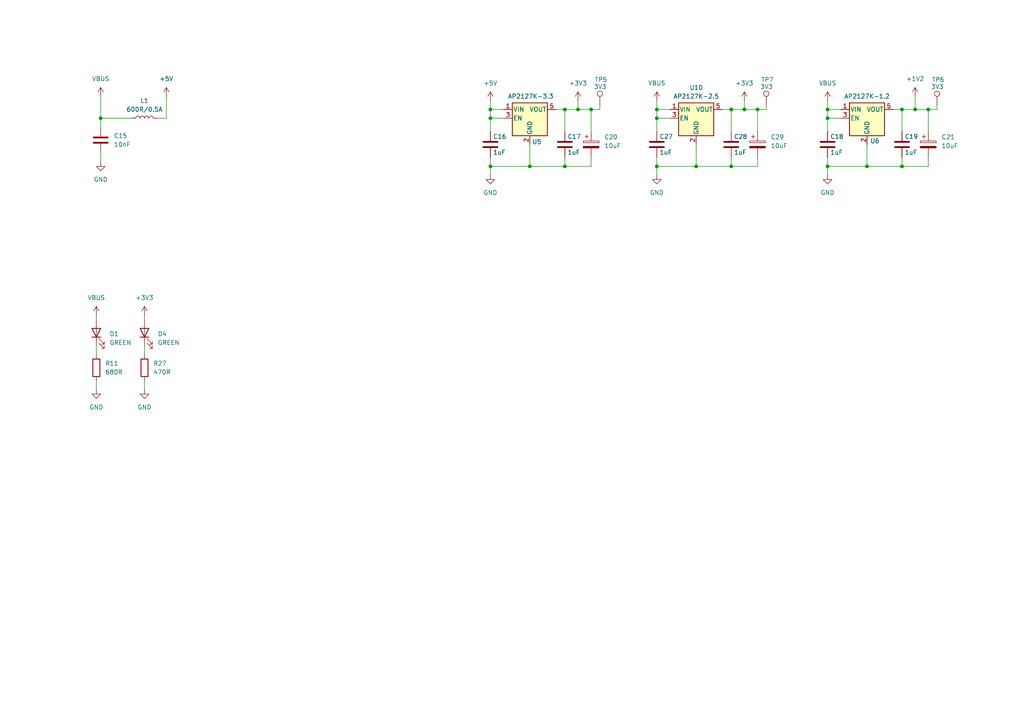
<source format=kicad_sch>
(kicad_sch (version 20250114) (generator "eeschema") (generator_version "9.0")
  (paper "A4")
  (lib_symbols
    (symbol "Connector:TestPoint" (pin_numbers (hide yes)) (pin_names (offset 0.762) (hide yes))
      (property "Reference" "TP" (at 0 6.858 0))
      (property "Value" "TestPoint" (at 0 5.08 0))
      (symbol "TestPoint_0_1"
        (circle (center 0 3.302) (radius 0.762))
      )
      (symbol "TestPoint_1_1"
        (pin passive line (at 0 0 90) (length 2.54) (name "1") (number "1"))
      )
    )
    (symbol "Device:C" (pin_numbers (hide yes)) (pin_names (offset 0.254))
      (property "Reference" "C" (at 0.635 2.54 0))
      (property "Value" "C" (at 0.635 -2.54 0))
      (symbol "C_0_1"
        (polyline (pts (xy -2.032 0.762) (xy 2.032 0.762)) (stroke (width 0.508)))
        (polyline (pts (xy -2.032 -0.762) (xy 2.032 -0.762)) (stroke (width 0.508)))
      )
      (symbol "C_1_1"
        (pin passive line (at 0 3.81 270) (length 2.794) (name "~") (number "1"))
        (pin passive line (at 0 -3.81 90) (length 2.794) (name "~") (number "2"))
      )
    )
    (symbol "Device:C_Polarized" (pin_numbers (hide yes)) (pin_names (offset 0.254))
      (property "Reference" "C" (at 0.635 2.54 0))
      (property "Value" "C_Polarized" (at 0.635 -2.54 0))
      (symbol "C_Polarized_0_1"
        (rectangle (start -2.286 0.508) (end 2.286 1.016))
        (polyline (pts (xy -1.778 2.286) (xy -0.762 2.286)))
        (polyline (pts (xy -1.27 2.794) (xy -1.27 1.778)))
        (rectangle (start 2.286 -0.508) (end -2.286 -1.016) (fill (type outline)))
      )
      (symbol "C_Polarized_1_1"
        (pin passive line (at 0 3.81 270) (length 2.794) (name "~") (number "1"))
        (pin passive line (at 0 -3.81 90) (length 2.794) (name "~") (number "2"))
      )
    )
    (symbol "Device:L" (pin_numbers (hide yes)) (pin_names (offset 1.016) (hide yes))
      (property "Reference" "L" (at -1.27 0 90))
      (property "Value" "L" (at 1.905 0 90))
      (symbol "L_0_1"
        (arc (start 0 2.54) (mid 0.6323 1.905) (end 0 1.27))
        (arc (start 0 1.27) (mid 0.6323 0.635) (end 0 0))
        (arc (start 0 0) (mid 0.6323 -0.635) (end 0 -1.27))
        (arc (start 0 -1.27) (mid 0.6323 -1.905) (end 0 -2.54))
      )
      (symbol "L_1_1"
        (pin passive line (at 0 3.81 270) (length 1.27) (name "1") (number "1"))
        (pin passive line (at 0 -3.81 90) (length 1.27) (name "2") (number "2"))
      )
    )
    (symbol "Device:LED" (pin_numbers (hide yes)) (pin_names (offset 1.016) (hide yes))
      (property "Reference" "D" (at 0 2.54 0))
      (property "Value" "LED" (at 0 -2.54 0))
      (symbol "LED_0_1"
        (polyline (pts (xy -3.048 -0.762) (xy -4.572 -2.286) (xy -3.81 -2.286) (xy -4.572 -2.286) (xy -4.572 -1.524)))
        (polyline (pts (xy -1.778 -0.762) (xy -3.302 -2.286) (xy -2.54 -2.286) (xy -3.302 -2.286) (xy -3.302 -1.524)))
        (polyline (pts (xy -1.27 0) (xy 1.27 0)))
        (polyline (pts (xy -1.27 -1.27) (xy -1.27 1.27)) (stroke (width 0.254)))
        (polyline (pts (xy 1.27 -1.27) (xy 1.27 1.27) (xy -1.27 0) (xy 1.27 -1.27)) (stroke (width 0.254)))
      )
      (symbol "LED_1_1"
        (pin passive line (at -3.81 0 0) (length 2.54) (name "K") (number "1"))
        (pin passive line (at 3.81 0 180) (length 2.54) (name "A") (number "2"))
      )
    )
    (symbol "Device:R" (pin_numbers (hide yes)) (pin_names (offset 0))
      (property "Reference" "R" (at 2.032 0 90))
      (property "Value" "R" (at 0 0 90))
      (symbol "R_0_1"
        (rectangle (start -1.016 -2.54) (end 1.016 2.54) (stroke (width 0.254)))
      )
      (symbol "R_1_1"
        (pin passive line (at 0 3.81 270) (length 1.27) (name "~") (number "1"))
        (pin passive line (at 0 -3.81 90) (length 1.27) (name "~") (number "2"))
      )
    )
    (symbol "Regulator_Linear:AP2127K-1.2" (pin_names (offset 0.254))
      (property "Reference" "U" (at -5.08 5.715 0))
      (property "Value" "AP2127K-1.2" (at 0 5.715 0))
      (symbol "AP2127K-1.2_0_1"
        (rectangle (start -5.08 4.445) (end 5.08 -5.08) (stroke (width 0.254)) (fill (type background)))
      )
      (symbol "AP2127K-1.2_1_1"
        (pin power_in line (at -7.62 2.54 0) (length 2.54) (name "VIN") (number "1"))
        (pin input line (at -7.62 0 0) (length 2.54) (name "EN") (number "3"))
        (pin power_in line (at 0 -7.62 90) (length 2.54) (name "GND") (number "2"))
        (pin no_connect line (at 5.08 0 180) (length 2.54) (hide yes) (name "NC") (number "4"))
        (pin power_out line (at 7.62 2.54 180) (length 2.54) (name "VOUT") (number "5"))
      )
    )
    (symbol "Regulator_Linear:AP2127K-2.5" (pin_names (offset 0.254))
      (property "Reference" "U" (at -5.08 5.715 0))
      (property "Value" "AP2127K-2.5" (at 0 5.715 0))
      (symbol "AP2127K-2.5_0_1"
        (rectangle (start -5.08 4.445) (end 5.08 -5.08) (stroke (width 0.254)) (fill (type background)))
      )
      (symbol "AP2127K-2.5_1_1"
        (pin power_in line (at -7.62 2.54 0) (length 2.54) (name "VIN") (number "1"))
        (pin input line (at -7.62 0 0) (length 2.54) (name "EN") (number "3"))
        (pin power_in line (at 0 -7.62 90) (length 2.54) (name "GND") (number "2"))
        (pin no_connect line (at 5.08 0 180) (length 2.54) (hide yes) (name "NC") (number "4"))
        (pin power_out line (at 7.62 2.54 180) (length 2.54) (name "VOUT") (number "5"))
      )
    )
    (symbol "Regulator_Linear:AP2127K-3.3" (pin_names (offset 0.254))
      (property "Reference" "U" (at -5.08 5.715 0))
      (property "Value" "AP2127K-3.3" (at 0 5.715 0))
      (symbol "AP2127K-3.3_0_1"
        (rectangle (start -5.08 4.445) (end 5.08 -5.08) (stroke (width 0.254)) (fill (type background)))
      )
      (symbol "AP2127K-3.3_1_1"
        (pin power_in line (at -7.62 2.54 0) (length 2.54) (name "VIN") (number "1"))
        (pin input line (at -7.62 0 0) (length 2.54) (name "EN") (number "3"))
        (pin power_in line (at 0 -7.62 90) (length 2.54) (name "GND") (number "2"))
        (pin no_connect line (at 5.08 0 180) (length 2.54) (hide yes) (name "NC") (number "4"))
        (pin power_out line (at 7.62 2.54 180) (length 2.54) (name "VOUT") (number "5"))
      )
    )
    (symbol "power:+1V2" (power) (pin_numbers (hide yes)) (pin_names (offset 0) (hide yes))
      (property "Value" "+1V2" (at 0 3.556 0))
      (symbol "+1V2_0_1"
        (polyline (pts (xy -0.762 1.27) (xy 0 2.54)))
        (polyline (pts (xy 0 2.54) (xy 0.762 1.27)))
        (polyline (pts (xy 0 0) (xy 0 2.54)))
      )
      (symbol "+1V2_1_1"
        (pin power_in line (at 0 0 90) (length 0) (name "~") (number "1"))
      )
    )
    (symbol "power:+3V3" (power) (pin_numbers (hide yes)) (pin_names (offset 0) (hide yes))
      (property "Value" "+3V3" (at 0 3.556 0))
      (symbol "+3V3_0_1"
        (polyline (pts (xy -0.762 1.27) (xy 0 2.54)))
        (polyline (pts (xy 0 2.54) (xy 0.762 1.27)))
        (polyline (pts (xy 0 0) (xy 0 2.54)))
      )
      (symbol "+3V3_1_1"
        (pin power_in line (at 0 0 90) (length 0) (name "~") (number "1"))
      )
    )
    (symbol "power:+5V" (power) (pin_numbers (hide yes)) (pin_names (offset 0) (hide yes))
      (property "Value" "+5V" (at 0 3.556 0))
      (symbol "+5V_0_1"
        (polyline (pts (xy -0.762 1.27) (xy 0 2.54)))
        (polyline (pts (xy 0 2.54) (xy 0.762 1.27)))
        (polyline (pts (xy 0 0) (xy 0 2.54)))
      )
      (symbol "+5V_1_1"
        (pin power_in line (at 0 0 90) (length 0) (name "~") (number "1"))
      )
    )
    (symbol "power:GND" (power) (pin_numbers (hide yes)) (pin_names (offset 0) (hide yes))
      (property "Value" "GND" (at 0 -3.81 0))
      (symbol "GND_0_1"
        (polyline (pts (xy 0 0) (xy 0 -1.27) (xy 1.27 -1.27) (xy 0 -2.54) (xy -1.27 -1.27) (xy 0 -1.27)))
      )
      (symbol "GND_1_1"
        (pin power_in line (at 0 0 270) (length 0) (name "~") (number "1"))
      )
    )
    (symbol "power:VBUS" (power) (pin_numbers (hide yes)) (pin_names (offset 0) (hide yes))
      (property "Value" "VBUS" (at 0 3.556 0))
      (symbol "VBUS_0_1"
        (polyline (pts (xy -0.762 1.27) (xy 0 2.54)))
        (polyline (pts (xy 0 2.54) (xy 0.762 1.27)))
        (polyline (pts (xy 0 0) (xy 0 2.54)))
      )
      (symbol "VBUS_1_1"
        (pin power_in line (at 0 0 90) (length 0) (name "~") (number "1"))
      )
    )
  )
  (junction (at 261.62 48.26))
  (junction (at 212.09 48.26))
  (junction (at 163.83 48.26))
  (junction (at 240.03 34.29))
  (junction (at 240.03 48.26))
  (junction (at 153.67 48.26))
  (junction (at 261.62 31.75))
  (junction (at 142.24 34.29))
  (junction (at 163.83 31.75))
  (junction (at 190.5 34.29))
  (junction (at 167.64 31.75))
  (junction (at 29.21 34.29))
  (junction (at 212.09 31.75))
  (junction (at 251.46 48.26))
  (junction (at 265.43 31.75))
  (junction (at 171.45 31.75))
  (junction (at 240.03 31.75))
  (junction (at 142.24 31.75))
  (junction (at 219.71 31.75))
  (junction (at 142.24 48.26))
  (junction (at 190.5 48.26))
  (junction (at 215.9 31.75))
  (junction (at 190.5 31.75))
  (junction (at 269.24 31.75))
  (junction (at 201.93 48.26))
  (wire (pts (xy 190.5 48.26) (xy 190.5 50.8)))
  (wire (pts (xy 240.03 31.75) (xy 240.03 34.29)))
  (wire (pts (xy 29.21 34.29) (xy 29.21 36.83)))
  (wire (pts (xy 215.9 29.21) (xy 215.9 31.75)))
  (wire (pts (xy 240.03 45.72) (xy 240.03 48.26)))
  (wire (pts (xy 240.03 34.29) (xy 243.84 34.29)))
  (wire (pts (xy 163.83 38.1) (xy 163.83 31.75)))
  (wire (pts (xy 190.5 34.29) (xy 194.31 34.29)))
  (wire (pts (xy 41.91 91.44) (xy 41.91 92.71)))
  (wire (pts (xy 219.71 38.1) (xy 219.71 31.75)))
  (wire (pts (xy 222.25 31.75) (xy 222.25 30.48)))
  (wire (pts (xy 219.71 31.75) (xy 222.25 31.75)))
  (wire (pts (xy 201.93 41.91) (xy 201.93 48.26)))
  (wire (pts (xy 27.94 91.44) (xy 27.94 92.71)))
  (wire (pts (xy 251.46 41.91) (xy 251.46 48.26)))
  (wire (pts (xy 261.62 38.1) (xy 261.62 31.75)))
  (wire (pts (xy 190.5 34.29) (xy 190.5 38.1)))
  (wire (pts (xy 167.64 31.75) (xy 163.83 31.75)))
  (wire (pts (xy 190.5 48.26) (xy 201.93 48.26)))
  (wire (pts (xy 142.24 45.72) (xy 142.24 48.26)))
  (wire (pts (xy 265.43 31.75) (xy 261.62 31.75)))
  (wire (pts (xy 190.5 31.75) (xy 194.31 31.75)))
  (wire (pts (xy 163.83 48.26) (xy 163.83 45.72)))
  (wire (pts (xy 41.91 110.49) (xy 41.91 113.03)))
  (wire (pts (xy 269.24 38.1) (xy 269.24 31.75)))
  (wire (pts (xy 240.03 48.26) (xy 251.46 48.26)))
  (wire (pts (xy 27.94 110.49) (xy 27.94 113.03)))
  (wire (pts (xy 269.24 48.26) (xy 269.24 45.72)))
  (wire (pts (xy 29.21 34.29) (xy 29.21 27.94)))
  (wire (pts (xy 240.03 29.21) (xy 240.03 31.75)))
  (wire (pts (xy 142.24 31.75) (xy 146.05 31.75)))
  (wire (pts (xy 173.99 31.75) (xy 173.99 30.48)))
  (wire (pts (xy 171.45 31.75) (xy 173.99 31.75)))
  (wire (pts (xy 29.21 34.29) (xy 38.1 34.29)))
  (wire (pts (xy 27.94 100.33) (xy 27.94 102.87)))
  (wire (pts (xy 271.78 31.75) (xy 271.78 30.48)))
  (wire (pts (xy 240.03 38.1) (xy 240.03 34.29)))
  (wire (pts (xy 41.91 100.33) (xy 41.91 102.87)))
  (wire (pts (xy 142.24 48.26) (xy 142.24 50.8)))
  (wire (pts (xy 171.45 31.75) (xy 167.64 31.75)))
  (wire (pts (xy 201.93 48.26) (xy 212.09 48.26)))
  (wire (pts (xy 215.9 31.75) (xy 212.09 31.75)))
  (wire (pts (xy 212.09 48.26) (xy 212.09 45.72)))
  (wire (pts (xy 212.09 38.1) (xy 212.09 31.75)))
  (wire (pts (xy 171.45 48.26) (xy 171.45 45.72)))
  (wire (pts (xy 190.5 29.21) (xy 190.5 31.75)))
  (wire (pts (xy 142.24 34.29) (xy 146.05 34.29)))
  (wire (pts (xy 219.71 48.26) (xy 219.71 45.72)))
  (wire (pts (xy 167.64 29.21) (xy 167.64 31.75)))
  (wire (pts (xy 142.24 34.29) (xy 142.24 38.1)))
  (wire (pts (xy 45.72 34.29) (xy 48.26 34.29)))
  (wire (pts (xy 251.46 48.26) (xy 261.62 48.26)))
  (wire (pts (xy 142.24 29.21) (xy 142.24 31.75)))
  (wire (pts (xy 240.03 48.26) (xy 240.03 50.8)))
  (wire (pts (xy 142.24 48.26) (xy 153.67 48.26)))
  (wire (pts (xy 269.24 31.75) (xy 265.43 31.75)))
  (wire (pts (xy 190.5 31.75) (xy 190.5 34.29)))
  (wire (pts (xy 153.67 41.91) (xy 153.67 48.26)))
  (wire (pts (xy 29.21 44.45) (xy 29.21 46.99)))
  (wire (pts (xy 212.09 31.75) (xy 209.55 31.75)))
  (wire (pts (xy 240.03 31.75) (xy 243.84 31.75)))
  (wire (pts (xy 190.5 45.72) (xy 190.5 48.26)))
  (wire (pts (xy 153.67 48.26) (xy 163.83 48.26)))
  (wire (pts (xy 142.24 31.75) (xy 142.24 34.29)))
  (wire (pts (xy 171.45 38.1) (xy 171.45 31.75)))
  (wire (pts (xy 163.83 48.26) (xy 171.45 48.26)))
  (wire (pts (xy 212.09 48.26) (xy 219.71 48.26)))
  (wire (pts (xy 219.71 31.75) (xy 215.9 31.75)))
  (wire (pts (xy 261.62 48.26) (xy 269.24 48.26)))
  (wire (pts (xy 163.83 31.75) (xy 161.29 31.75)))
  (wire (pts (xy 265.43 27.94) (xy 265.43 31.75)))
  (wire (pts (xy 261.62 48.26) (xy 261.62 45.72)))
  (wire (pts (xy 269.24 31.75) (xy 271.78 31.75)))
  (wire (pts (xy 48.26 34.29) (xy 48.26 27.94)))
  (wire (pts (xy 261.62 31.75) (xy 259.08 31.75)))
  (symbol (lib_id "power:+3V3") (at 167.64 29.21 0) (unit 1)
    (property "Reference" "#PWR041" (effects (hide yes)))
    (property "Value" "+3V3" (at 167.64 24.13 0))
    (property "Description" "Power symbol creates a global label with name \"+3V3\"" (effects (hide yes)))
  )
  (symbol (lib_id "power:VBUS") (at 29.21 27.94 0) (unit 1)
    (property "Reference" "#PWR017" (effects (hide yes)))
    (property "Value" "VBUS" (at 29.21 22.86 0))
    (property "Description" "Power symbol creates a global label with name \"VBUS\"" (effects (hide yes)))
  )
  (symbol (lib_id "Device:C_Polarized") (at 219.71 41.91 0) (unit 1)
    (property "Reference" "C29" (at 223.52 39.7509 0) (effects (justify left)))
    (property "Value" "10uF" (at 223.52 42.2909 0) (effects (justify left)))
    (property "Description" "Polarized capacitor" (effects (hide yes)))
  )
  (symbol (lib_id "Device:C") (at 212.09 41.91 0) (unit 1)
    (property "Reference" "C28" (at 212.852 39.624 0) (effects (justify left)))
    (property "Value" "1uF" (at 212.852 44.196 0) (effects (justify left)))
    (property "Description" "Unpolarized capacitor" (effects (hide yes)))
  )
  (symbol (lib_id "power:GND") (at 27.94 113.03 0) (unit 1)
    (property "Reference" "#PWR033" (effects (hide yes)))
    (property "Value" "GND" (at 27.94 118.11 0))
    (property "Description" "Power symbol creates a global label with name \"GND\" , ground" (effects (hide yes)))
  )
  (symbol (lib_id "power:+1V2") (at 265.43 27.94 0) (unit 1)
    (property "Reference" "#PWR042" (effects (hide yes)))
    (property "Value" "+1V2" (at 265.43 22.86 0))
    (property "Description" "Power symbol creates a global label with name \"+1V2\"" (effects (hide yes)))
  )
  (symbol (lib_id "Device:C_Polarized") (at 269.24 41.91 0) (unit 1)
    (property "Reference" "C21" (at 273.05 39.7509 0) (effects (justify left)))
    (property "Value" "10uF" (at 273.05 42.2909 0) (effects (justify left)))
    (property "Description" "Polarized capacitor" (effects (hide yes)))
  )
  (symbol (lib_id "Device:L") (at 41.91 34.29 90) (unit 1)
    (property "Reference" "L1" (at 41.91 29.21 90))
    (property "Value" "600R/0.5A" (at 41.91 31.75 90))
    (property "Description" "Inductor" (effects (hide yes)))
  )
  (symbol (lib_id "Device:C") (at 142.24 41.91 0) (unit 1)
    (property "Reference" "C16" (at 143.002 39.624 0) (effects (justify left)))
    (property "Value" "1uF" (at 143.002 44.196 0) (effects (justify left)))
    (property "Description" "Unpolarized capacitor" (effects (hide yes)))
  )
  (symbol (lib_id "power:GND") (at 41.91 113.03 0) (unit 1)
    (property "Reference" "#PWR044" (effects (hide yes)))
    (property "Value" "GND" (at 41.91 118.11 0))
    (property "Description" "Power symbol creates a global label with name \"GND\" , ground" (effects (hide yes)))
  )
  (symbol (lib_id "Connector:TestPoint") (at 271.78 30.48 0) (unit 1)
    (property "Reference" "TP6" (at 270.256 23.114 0) (effects (justify left)))
    (property "Value" "3V3" (at 270.002 25.146 0) (effects (justify left)))
    (property "Description" "test point" (effects (hide yes)))
  )
  (symbol (lib_id "power:+3V3") (at 215.9 29.21 0) (unit 1)
    (property "Reference" "#PWR050" (effects (hide yes)))
    (property "Value" "+3V3" (at 215.9 24.13 0))
    (property "Description" "Power symbol creates a global label with name \"+3V3\"" (effects (hide yes)))
  )
  (symbol (lib_id "power:VBUS") (at 240.03 29.21 0) (unit 1)
    (property "Reference" "#PWR032" (effects (hide yes)))
    (property "Value" "VBUS" (at 240.03 24.13 0))
    (property "Description" "Power symbol creates a global label with name \"VBUS\"" (effects (hide yes)))
  )
  (symbol (lib_id "power:+3V3") (at 41.91 91.44 0) (unit 1)
    (property "Reference" "#PWR043" (effects (hide yes)))
    (property "Value" "+3V3" (at 41.91 86.36 0))
    (property "Description" "Power symbol creates a global label with name \"+3V3\"" (effects (hide yes)))
  )
  (symbol (lib_id "Device:LED") (at 27.94 96.52 90) (unit 1)
    (property "Reference" "D1" (at 31.75 96.8374 90) (effects (justify right)))
    (property "Value" "GREEN" (at 31.75 99.3774 90) (effects (justify right)))
    (property "Description" "Light emitting diode" (effects (hide yes)))
    (property "Sim.Pins" "1=K 2=A" (effects (hide yes)))
  )
  (symbol (lib_id "power:GND") (at 190.5 50.8 0) (unit 1)
    (property "Reference" "#PWR049" (effects (hide yes)))
    (property "Value" "GND" (at 190.5 55.88 0))
    (property "Description" "Power symbol creates a global label with name \"GND\" , ground" (effects (hide yes)))
  )
  (symbol (lib_id "Device:C_Polarized") (at 171.45 41.91 0) (unit 1)
    (property "Reference" "C20" (at 175.26 39.7509 0) (effects (justify left)))
    (property "Value" "10uF" (at 175.26 42.2909 0) (effects (justify left)))
    (property "Description" "Polarized capacitor" (effects (hide yes)))
  )
  (symbol (lib_id "power:VBUS") (at 190.5 29.21 0) (unit 1)
    (property "Reference" "#PWR048" (effects (hide yes)))
    (property "Value" "VBUS" (at 190.5 24.13 0))
    (property "Description" "Power symbol creates a global label with name \"VBUS\"" (effects (hide yes)))
  )
  (symbol (lib_id "Device:LED") (at 41.91 96.52 90) (unit 1)
    (property "Reference" "D4" (at 45.72 96.8374 90) (effects (justify right)))
    (property "Value" "GREEN" (at 45.72 99.3774 90) (effects (justify right)))
    (property "Description" "Light emitting diode" (effects (hide yes)))
    (property "Sim.Pins" "1=K 2=A" (effects (hide yes)))
  )
  (symbol (lib_id "Connector:TestPoint") (at 222.25 30.48 0) (unit 1)
    (property "Reference" "TP7" (at 220.726 23.114 0) (effects (justify left)))
    (property "Value" "3V3" (at 220.472 25.146 0) (effects (justify left)))
    (property "Description" "test point" (effects (hide yes)))
  )
  (symbol (lib_id "Regulator_Linear:AP2127K-3.3") (at 153.67 34.29 0) (unit 1)
    (property "Reference" "U5" (at 155.702 41.148 0))
    (property "Value" "AP2127K-3.3" (at 153.924 27.94 0))
    (property "Footprint" "Package_TO_SOT_SMD:SOT-23-5" (effects (hide yes)))
    (property "Datasheet" "https://www.diodes.com/assets/Datasheets/AP2127.pdf" (effects (hide yes)))
    (property "Description" "300mA low dropout linear regulator, shutdown pin, 2.5V-6V input voltage, 3.3V fixed positive output, SOT-23-5" (effects (hide yes)))
  )
  (symbol (lib_id "Connector:TestPoint") (at 173.99 30.48 0) (unit 1)
    (property "Reference" "TP5" (at 172.466 23.114 0) (effects (justify left)))
    (property "Value" "3V3" (at 172.212 25.146 0) (effects (justify left)))
    (property "Description" "test point" (effects (hide yes)))
  )
  (symbol (lib_id "power:+5V") (at 142.24 29.21 0) (unit 1)
    (property "Reference" "#PWR031" (effects (hide yes)))
    (property "Value" "+5V" (at 142.24 24.13 0))
    (property "Description" "Power symbol creates a global label with name \"+5V\"" (effects (hide yes)))
  )
  (symbol (lib_id "power:+5V") (at 48.26 27.94 0) (unit 1)
    (property "Reference" "#PWR01" (effects (hide yes)))
    (property "Value" "+5V" (at 48.26 22.86 0))
    (property "Description" "Power symbol creates a global label with name \"+5V\"" (effects (hide yes)))
  )
  (symbol (lib_id "Regulator_Linear:AP2127K-1.2") (at 251.46 34.29 0) (unit 1)
    (property "Reference" "U6" (at 253.746 40.894 0))
    (property "Value" "AP2127K-1.2" (at 251.46 27.94 0))
    (property "Footprint" "Package_TO_SOT_SMD:SOT-23-5" (effects (hide yes)))
    (property "Datasheet" "https://www.diodes.com/assets/Datasheets/AP2127.pdf" (effects (hide yes)))
    (property "Description" "300mA low dropout linear regulator, shutdown pin, 2.5V-6V input voltage, 1.2V fixed positive output, SOT-23-5" (effects (hide yes)))
  )
  (symbol (lib_id "Device:R") (at 41.91 106.68 0) (unit 1)
    (property "Reference" "R27" (at 44.45 105.4099 0) (effects (justify left)))
    (property "Value" "470R" (at 44.45 107.9499 0) (effects (justify left)))
    (property "Description" "Resistor" (effects (hide yes)))
  )
  (symbol (lib_id "Device:R") (at 27.94 106.68 0) (unit 1)
    (property "Reference" "R11" (at 30.48 105.4099 0) (effects (justify left)))
    (property "Value" "680R" (at 30.48 107.9499 0) (effects (justify left)))
    (property "Description" "Resistor" (effects (hide yes)))
  )
  (symbol (lib_id "power:GND") (at 240.03 50.8 0) (unit 1)
    (property "Reference" "#PWR030" (effects (hide yes)))
    (property "Value" "GND" (at 240.03 55.88 0))
    (property "Description" "Power symbol creates a global label with name \"GND\" , ground" (effects (hide yes)))
  )
  (symbol (lib_id "power:GND") (at 142.24 50.8 0) (unit 1)
    (property "Reference" "#PWR029" (effects (hide yes)))
    (property "Value" "GND" (at 142.24 55.88 0))
    (property "Description" "Power symbol creates a global label with name \"GND\" , ground" (effects (hide yes)))
  )
  (symbol (lib_id "Device:C") (at 163.83 41.91 0) (unit 1)
    (property "Reference" "C17" (at 164.592 39.624 0) (effects (justify left)))
    (property "Value" "1uF" (at 164.592 44.196 0) (effects (justify left)))
    (property "Description" "Unpolarized capacitor" (effects (hide yes)))
  )
  (symbol (lib_id "Device:C") (at 190.5 41.91 0) (unit 1)
    (property "Reference" "C27" (at 191.262 39.624 0) (effects (justify left)))
    (property "Value" "1uF" (at 191.262 44.196 0) (effects (justify left)))
    (property "Description" "Unpolarized capacitor" (effects (hide yes)))
  )
  (symbol (lib_id "Regulator_Linear:AP2127K-2.5") (at 201.93 34.29 0) (unit 1)
    (property "Reference" "U10" (at 201.93 25.4 0))
    (property "Value" "AP2127K-2.5" (at 201.93 27.94 0))
    (property "Footprint" "Package_TO_SOT_SMD:SOT-23-5" (effects (hide yes)))
    (property "Datasheet" "https://www.diodes.com/assets/Datasheets/AP2127.pdf" (effects (hide yes)))
    (property "Description" "300mA low dropout linear regulator, shutdown pin, 2.5V-6V input voltage, 2.5V fixed positive output, SOT-23-5" (effects (hide yes)))
  )
  (symbol (lib_id "power:VBUS") (at 27.94 91.44 0) (unit 1)
    (property "Reference" "#PWR034" (effects (hide yes)))
    (property "Value" "VBUS" (at 27.94 86.36 0))
    (property "Description" "Power symbol creates a global label with name \"VBUS\"" (effects (hide yes)))
  )
  (symbol (lib_id "Device:C") (at 29.21 40.64 0) (unit 1)
    (property "Reference" "C15" (at 33.02 39.3699 0) (effects (justify left)))
    (property "Value" "10nF" (at 33.02 41.9099 0) (effects (justify left)))
    (property "Description" "Unpolarized capacitor" (effects (hide yes)))
  )
  (symbol (lib_id "Device:C") (at 261.62 41.91 0) (unit 1)
    (property "Reference" "C19" (at 262.382 39.624 0) (effects (justify left)))
    (property "Value" "1uF" (at 262.382 44.196 0) (effects (justify left)))
    (property "Description" "Unpolarized capacitor" (effects (hide yes)))
  )
  (symbol (lib_id "Device:C") (at 240.03 41.91 0) (unit 1)
    (property "Reference" "C18" (at 240.792 39.624 0) (effects (justify left)))
    (property "Value" "1uF" (at 240.792 44.196 0) (effects (justify left)))
    (property "Description" "Unpolarized capacitor" (effects (hide yes)))
  )
  (symbol (lib_id "power:GND") (at 29.21 46.99 0) (unit 1)
    (property "Reference" "#PWR027" (effects (hide yes)))
    (property "Value" "GND" (at 29.21 52.07 0))
    (property "Description" "Power symbol creates a global label with name \"GND\" , ground" (effects (hide yes)))
  )
)
</source>
